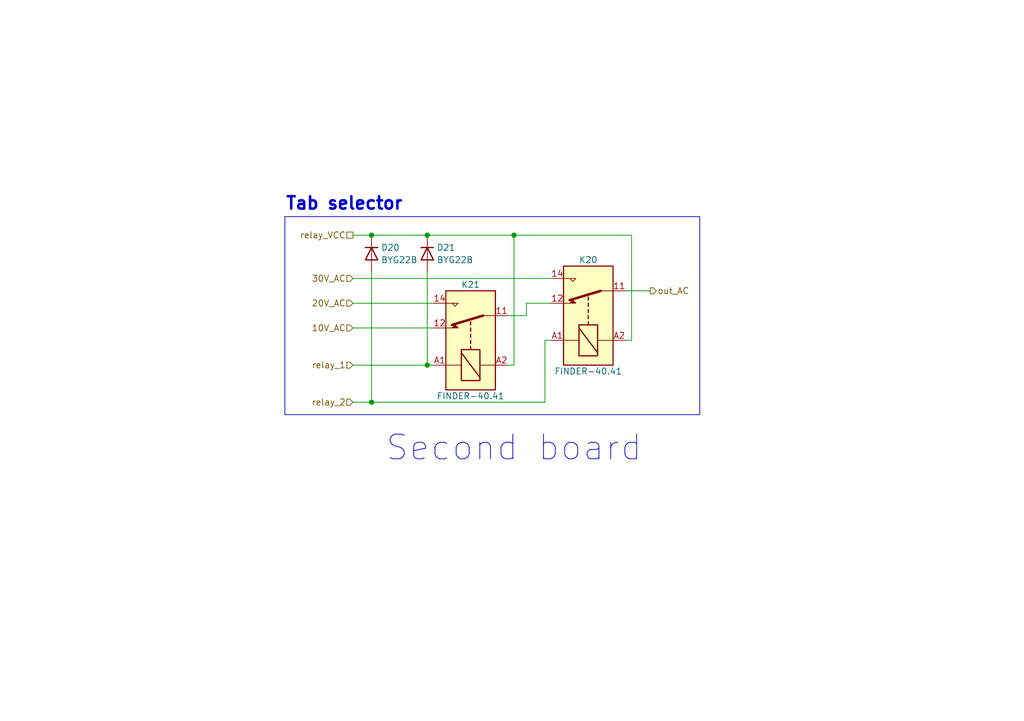
<source format=kicad_sch>
(kicad_sch (version 20231120) (generator "eeschema") (generator_version "8.0")
  (paper "A5")
  (title_block (title "DW3005T-power-board") (date "2024-02-26") (rev "1.0.0") (company "Dominik Workshop"))
  (lib_symbols
    (symbol "Diode:1N4148WT" (pin_numbers hide) (pin_names hide)
      (property "Reference" "D" (at 0 2.54 0))
      (property "Value" "1N4148WT" (at 0 -2.54 0))
      (symbol "1N4148WT_0_1"
        (polyline (pts (xy -1.27 1.27) (xy -1.27 -1.27)) (stroke (width 0.254)))
        (polyline (pts (xy 1.27 0) (xy -1.27 0)))
        (polyline (pts (xy 1.27 1.27) (xy 1.27 -1.27) (xy -1.27 0) (xy 1.27 1.27)) (stroke (width 0.254)))
      )
      (symbol "1N4148WT_1_1"
        (pin passive line (at -3.81 0 0) (length 2.54) (name "K") (number "1"))
        (pin passive line (at 3.81 0 180) (length 2.54) (name "A") (number "2"))
      )
    )
    (symbol "Relay:FINDER-40.41"
      (property "Reference" "K" (at 11.43 3.81 0))
      (property "Value" "FINDER-40.41" (at 11.43 1.27 0))
      (symbol "FINDER-40.41_0_0"
        (polyline (pts (xy 7.62 5.08) (xy 7.62 2.54) (xy 6.985 3.175) (xy 7.62 3.81)))
      )
      (symbol "FINDER-40.41_0_1"
        (rectangle (start -10.16 5.08) (end 10.16 -5.08) (stroke (width 0.254)) (fill (type background)))
        (rectangle (start -8.255 1.905) (end -1.905 -1.905) (stroke (width 0.254)))
        (polyline (pts (xy -7.62 -1.905) (xy -2.54 1.905)) (stroke (width 0.254)))
        (polyline (pts (xy -5.08 -5.08) (xy -5.08 -1.905)))
        (polyline (pts (xy -5.08 5.08) (xy -5.08 1.905)))
        (polyline (pts (xy -1.905 0) (xy -1.27 0)) (stroke (width 0.254)))
        (polyline (pts (xy -0.635 0) (xy 0 0)) (stroke (width 0.254)))
        (polyline (pts (xy 0.635 0) (xy 1.27 0)) (stroke (width 0.254)))
        (polyline (pts (xy 1.905 0) (xy 2.54 0)) (stroke (width 0.254)))
        (polyline (pts (xy 3.175 0) (xy 3.81 0)) (stroke (width 0.254)))
        (polyline (pts (xy 5.08 -2.54) (xy 3.175 3.81)) (stroke (width 0.508)))
        (polyline (pts (xy 5.08 -2.54) (xy 5.08 -5.08)))
        (polyline (pts (xy 2.54 5.08) (xy 2.54 2.54) (xy 3.175 3.175) (xy 2.54 3.81)) (fill (type outline)))
      )
      (symbol "FINDER-40.41_1_1"
        (pin passive line (at 5.08 -7.62 90) (length 2.54) (name "~") (number "11"))
        (pin passive line (at 2.54 7.62 270) (length 2.54) (name "~") (number "12"))
        (pin passive line (at 7.62 7.62 270) (length 2.54) (name "~") (number "14"))
        (pin passive line (at -5.08 7.62 270) (length 2.54) (name "~") (number "A1"))
        (pin passive line (at -5.08 -7.62 90) (length 2.54) (name "~") (number "A2"))
      )
    )
  )
  (junction (at 87.63 74.93))
  (junction (at 76.2 82.55))
  (junction (at 87.63 48.26))
  (junction (at 105.41 48.26))
  (junction (at 76.2 48.26))
  (wire (pts (xy 104.14 64.77) (xy 107.95 64.77)))
  (wire (pts (xy 113.03 62.23) (xy 107.95 62.23)))
  (wire (pts (xy 87.63 48.26) (xy 105.41 48.26)))
  (wire (pts (xy 128.27 59.69) (xy 133.35 59.69)))
  (wire (pts (xy 72.39 57.15) (xy 113.03 57.15)))
  (wire (pts (xy 72.39 62.23) (xy 88.9 62.23)))
  (wire (pts (xy 129.54 69.85) (xy 129.54 48.26)))
  (wire (pts (xy 104.14 74.93) (xy 105.41 74.93)))
  (wire (pts (xy 76.2 55.88) (xy 76.2 82.55)))
  (wire (pts (xy 87.63 55.88) (xy 87.63 74.93)))
  (wire (pts (xy 72.39 48.26) (xy 76.2 48.26)))
  (wire (pts (xy 105.41 48.26) (xy 129.54 48.26)))
  (wire (pts (xy 105.41 48.26) (xy 105.41 74.93)))
  (wire (pts (xy 76.2 48.26) (xy 87.63 48.26)))
  (wire (pts (xy 72.39 67.31) (xy 88.9 67.31)))
  (wire (pts (xy 113.03 69.85) (xy 111.76 69.85)))
  (wire (pts (xy 72.39 74.93) (xy 87.63 74.93)))
  (wire (pts (xy 87.63 74.93) (xy 88.9 74.93)))
  (wire (pts (xy 72.39 82.55) (xy 76.2 82.55)))
  (wire (pts (xy 111.76 69.85) (xy 111.76 82.55)))
  (wire (pts (xy 76.2 82.55) (xy 111.76 82.55)))
  (wire (pts (xy 107.95 62.23) (xy 107.95 64.77)))
  (wire (pts (xy 128.27 69.85) (xy 129.54 69.85)))
  (rectangle (start 58.42 44.45) (end 143.51 85.09))
  (text "Tab selector" (at 58.42 41.91 0) (effects (font (size 2.54 2.54) (thickness 0.508) (bold yes)) (justify left)))
  (text "Second board\n" (at 105.41 92.075 0) (effects (font (size 5.08 5.08))))
  (hierarchical_label "20V_AC" (shape input) (at 72.39 62.23 180))
  (hierarchical_label "relay_VCC" (shape passive) (at 72.39 48.26 180))
  (hierarchical_label "out_AC" (shape output) (at 133.35 59.69 0))
  (hierarchical_label "30V_AC" (shape input) (at 72.39 57.15 180))
  (hierarchical_label "relay_2" (shape input) (at 72.39 82.55 180))
  (hierarchical_label "10V_AC" (shape input) (at 72.39 67.31 180))
  (hierarchical_label "relay_1" (shape input) (at 72.39 74.93 180))
  (symbol (lib_id "Diode:1N4148WT") (at 87.63 52.07 270) (unit 1)
    (property "Reference" "D21" (at 89.535 50.8 90) (effects (justify left)))
    (property "Value" "BYG22B" (at 89.535 53.34 90) (effects (justify left)))
    (property "Footprint" "Diode_SMD:D_SMA" (effects (hide yes)))
    (property "Datasheet" "https://www.tme.eu/Document/e525249bff3e60e84283b12bfaf861db/byg22.pdf" (effects (hide yes)))
    (property "Description" "Ultrafast Avalanche SMD Rectifier" (effects (hide yes)))
    (property "MPN" "BYG22B-E3/TR" (effects (hide yes)))
    (property "V_RRM" "100V" (effects (hide yes)))
    (property "I_F(AV)" "2A" (effects (hide yes)))
  )
  (symbol (lib_id "Diode:1N4148WT") (at 76.2 52.07 270) (unit 1)
    (property "Reference" "D20" (at 78.105 50.8 90) (effects (justify left)))
    (property "Value" "BYG22B" (at 78.105 53.34 90) (effects (justify left)))
    (property "Footprint" "Diode_SMD:D_SMA" (effects (hide yes)))
    (property "Datasheet" "https://www.tme.eu/Document/e525249bff3e60e84283b12bfaf861db/byg22.pdf" (effects (hide yes)))
    (property "Description" "Ultrafast Avalanche SMD Rectifier" (effects (hide yes)))
    (property "MPN" "BYG22B-E3/TR" (effects (hide yes)))
    (property "V_RRM" "100V" (effects (hide yes)))
    (property "I_F(AV)" "2A" (effects (hide yes)))
  )
  (symbol (lib_id "Relay:FINDER-40.41") (at 120.65 64.77 90) (unit 1)
    (property "Reference" "K20" (at 120.65 53.34 90))
    (property "Value" "FINDER-40.41" (at 120.65 76.2 90))
    (property "Footprint" "Relay_THT:Relay_SPDT_Finder_36.11" (effects (hide yes)))
    (property "Datasheet" "https://www.finder-relais.net/de/finder-relais-serie-40.pdf" (effects (hide yes)))
  )
  (symbol (lib_id "Relay:FINDER-40.41") (at 96.52 69.85 90) (unit 1)
    (property "Reference" "K21" (at 96.52 58.42 90))
    (property "Value" "FINDER-40.41" (at 96.52 81.28 90))
    (property "Footprint" "Relay_THT:Relay_SPDT_Finder_36.11" (effects (hide yes)))
    (property "Datasheet" "https://www.finder-relais.net/de/finder-relais-serie-40.pdf" (effects (hide yes)))
  )
)
</source>
